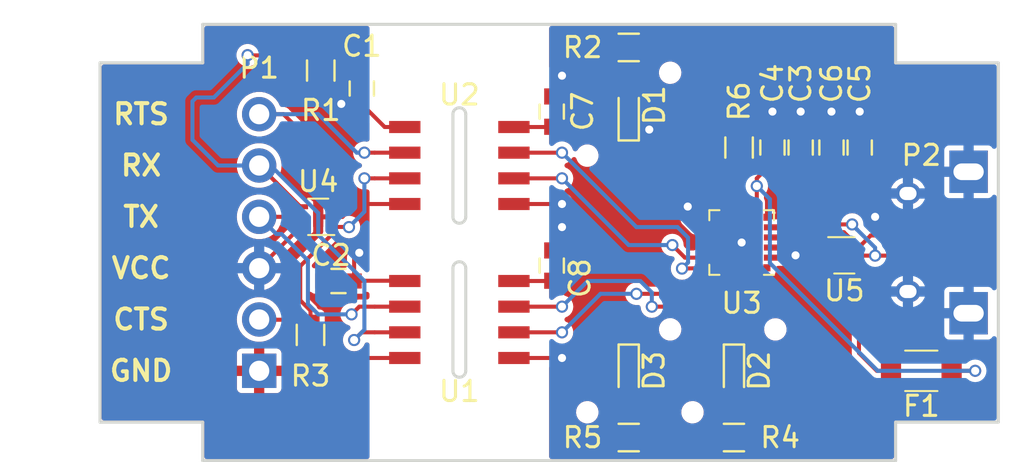
<source format=kicad_pcb>
(kicad_pcb (version 20221018) (generator pcbnew)
  (layers (0 "F.Cu" signal) (31 "B.Cu" signal) (34 "B.Paste" user) (35 "F.Paste" user) (36 "B.SilkS" user "B.Silkscreen") (37 "F.SilkS" user "F.Silkscreen") (38 "B.Mask" user) (39 "F.Mask" user) (44 "Edge.Cuts" user))
  (net 0 "")
  (net 1 "GNDA")
  (net 2 "VCC")
  (net 3 "GND")
  (net 4 "/VBUS")
  (net 5 "+3V3")
  (net 6 "Net-(D1-Pad2)")
  (net 7 "Net-(D2-Pad2)")
  (net 8 "/TXLED")
  (net 9 "Net-(D3-Pad2)")
  (net 10 "/RXLED")
  (net 11 "/CTS")
  (net 12 "/TX")
  (net 13 "/RX")
  (net 14 "/RTS")
  (net 15 "Net-(P2-Pad4)")
  (net 16 "Net-(R6-Pad2)")
  (net 17 "Net-(U1-Pad6)")
  (net 18 "Net-(U1-Pad7)")
  (net 19 "Net-(U2-Pad6)")
  (net 20 "Net-(U2-Pad7)")
  (net 21 "Net-(U3-Pad1)")
  (net 22 "Net-(U3-Pad2)")
  (net 23 "Net-(U3-Pad10)")
  (net 24 "Net-(U3-Pad11)")
  (net 25 "Net-(U3-Pad14)")
  (net 26 "Net-(F1-Pad1)")
  (net 27 "Net-(P2-Pad2)")
  (net 28 "Net-(P2-Pad3)")
  (net 29 "Net-(U5-Pad1)")
  (net 30 "Net-(U5-Pad3)")
  (footprint "Capacitors_SMD:C_0603" (layer "F.Cu") (at 41.529 43.18 90)
    (fp_text reference "C1" (at 2.0955 0 180) (layer "F.SilkS"))
    (fp_text value "0.1uF")
    (fp_line (start -0.35 -0.6) (end 0.35 -0.6) (stroke (width 0.12)) (layer "F.SilkS"))
    (fp_line (start 0.35 0.6) (end -0.35 0.6) (stroke (width 0.12)) (layer "F.SilkS"))
    (pad "1" smd rect (at -0.75 0 90) (size 0.8 0.75) (layers "F.Cu" "F.Paste" "F.Mask") (net 2 "VCC"))
    (pad "2" smd rect (at 0.75 0 90) (size 0.8 0.75) (layers "F.Cu" "F.Paste" "F.Mask") (net 1 "GNDA"))
  )
  (footprint "Capacitors_SMD:C_0603" (layer "F.Cu") (at 40.374 52.705 180)
    (fp_text reference "C2" (at 0.369 1.27 180) (layer "F.SilkS"))
    (fp_text value "0.1uF")
    (fp_line (start -0.35 -0.6) (end 0.35 -0.6) (stroke (width 0.12)) (layer "F.SilkS"))
    (fp_line (start 0.35 0.6) (end -0.35 0.6) (stroke (width 0.12)) (layer "F.SilkS"))
    (pad "1" smd rect (at -0.75 0 180) (size 0.8 0.75) (layers "F.Cu" "F.Paste" "F.Mask") (net 2 "VCC"))
    (pad "2" smd rect (at 0.75 0 180) (size 0.8 0.75) (layers "F.Cu" "F.Paste" "F.Mask") (net 1 "GNDA"))
  )
  (footprint "Capacitors_SMD:C_0603" (layer "F.Cu") (at 63.246 46.101 90)
    (fp_text reference "C3" (at 3.175 0 90) (layer "F.SilkS"))
    (fp_text value "4.7uF")
    (fp_line (start -0.35 -0.6) (end 0.35 -0.6) (stroke (width 0.12)) (layer "F.SilkS"))
    (fp_line (start 0.35 0.6) (end -0.35 0.6) (stroke (width 0.12)) (layer "F.SilkS"))
    (pad "1" smd rect (at -0.75 0 90) (size 0.8 0.75) (layers "F.Cu" "F.Paste" "F.Mask") (net 4 "/VBUS"))
    (pad "2" smd rect (at 0.75 0 90) (size 0.8 0.75) (layers "F.Cu" "F.Paste" "F.Mask") (net 3 "GND"))
  )
  (footprint "Capacitors_SMD:C_0603" (layer "F.Cu") (at 61.849 46.101 90)
    (fp_text reference "C4" (at 3.175 0 90) (layer "F.SilkS"))
    (fp_text value "0.1uF")
    (fp_line (start -0.35 -0.6) (end 0.35 -0.6) (stroke (width 0.12)) (layer "F.SilkS"))
    (fp_line (start 0.35 0.6) (end -0.35 0.6) (stroke (width 0.12)) (layer "F.SilkS"))
    (pad "1" smd rect (at -0.75 0 90) (size 0.8 0.75) (layers "F.Cu" "F.Paste" "F.Mask") (net 4 "/VBUS"))
    (pad "2" smd rect (at 0.75 0 90) (size 0.8 0.75) (layers "F.Cu" "F.Paste" "F.Mask") (net 3 "GND"))
  )
  (footprint "Capacitors_SMD:C_0603" (layer "F.Cu") (at 66.167 46.101 90)
    (fp_text reference "C5" (at 3.175 0 90) (layer "F.SilkS"))
    (fp_text value "4.7uF")
    (fp_line (start -0.35 -0.6) (end 0.35 -0.6) (stroke (width 0.12)) (layer "F.SilkS"))
    (fp_line (start 0.35 0.6) (end -0.35 0.6) (stroke (width 0.12)) (layer "F.SilkS"))
    (pad "1" smd rect (at -0.75 0 90) (size 0.8 0.75) (layers "F.Cu" "F.Paste" "F.Mask") (net 5 "+3V3"))
    (pad "2" smd rect (at 0.75 0 90) (size 0.8 0.75) (layers "F.Cu" "F.Paste" "F.Mask") (net 3 "GND"))
  )
  (footprint "Capacitors_SMD:C_0603" (layer "F.Cu") (at 64.77 46.101 90)
    (fp_text reference "C6" (at 3.175 0 90) (layer "F.SilkS"))
    (fp_text value "0.1uF")
    (fp_line (start -0.35 -0.6) (end 0.35 -0.6) (stroke (width 0.12)) (layer "F.SilkS"))
    (fp_line (start 0.35 0.6) (end -0.35 0.6) (stroke (width 0.12)) (layer "F.SilkS"))
    (pad "1" smd rect (at -0.75 0 90) (size 0.8 0.75) (layers "F.Cu" "F.Paste" "F.Mask") (net 5 "+3V3"))
    (pad "2" smd rect (at 0.75 0 90) (size 0.8 0.75) (layers "F.Cu" "F.Paste" "F.Mask") (net 3 "GND"))
  )
  (footprint "Capacitors_SMD:C_0603" (layer "F.Cu") (at 50.927 44.323 90)
    (fp_text reference "C7" (at 0.012 1.524 90) (layer "F.SilkS"))
    (fp_text value "0.1uF")
    (fp_line (start -0.35 -0.6) (end 0.35 -0.6) (stroke (width 0.12)) (layer "F.SilkS"))
    (fp_line (start 0.35 0.6) (end -0.35 0.6) (stroke (width 0.12)) (layer "F.SilkS"))
    (pad "1" smd rect (at -0.75 0 90) (size 0.8 0.75) (layers "F.Cu" "F.Paste" "F.Mask") (net 5 "+3V3"))
    (pad "2" smd rect (at 0.75 0 90) (size 0.8 0.75) (layers "F.Cu" "F.Paste" "F.Mask") (net 3 "GND"))
  )
  (footprint "Capacitors_SMD:C_0603" (layer "F.Cu") (at 50.927 51.943 90)
    (fp_text reference "C8" (at -0.623 1.397 90) (layer "F.SilkS"))
    (fp_text value "0.1uF")
    (fp_line (start -0.35 -0.6) (end 0.35 -0.6) (stroke (width 0.12)) (layer "F.SilkS"))
    (fp_line (start 0.35 0.6) (end -0.35 0.6) (stroke (width 0.12)) (layer "F.SilkS"))
    (pad "1" smd rect (at -0.75 0 90) (size 0.8 0.75) (layers "F.Cu" "F.Paste" "F.Mask") (net 5 "+3V3"))
    (pad "2" smd rect (at 0.75 0 90) (size 0.8 0.75) (layers "F.Cu" "F.Paste" "F.Mask") (net 3 "GND"))
  )
  (footprint "connector:Pin_Header_Angled_1x06_Pitch2.54mm" (layer "F.Cu") (at 36.449 57.15 180)
    (fp_text reference "P1" (at 0 14.986) (layer "F.SilkS"))
    (fp_text value "CONN_01X06")
    (pad "1" thru_hole rect (at 0 0 180) (size 1.7 1.7) (drill 1) (layers "*.Cu" "*.Mask") (net 1 "GNDA"))
    (pad "2" thru_hole oval (at 0 2.54 180) (size 1.7 1.7) (drill 1) (layers "*.Cu" "*.Mask") (net 11 "/CTS"))
    (pad "3" thru_hole oval (at 0 5.08 180) (size 1.7 1.7) (drill 1) (layers "*.Cu" "*.Mask") (net 2 "VCC"))
    (pad "4" thru_hole oval (at 0 7.62 180) (size 1.7 1.7) (drill 1) (layers "*.Cu" "*.Mask") (net 12 "/TX"))
    (pad "5" thru_hole oval (at 0 10.16 180) (size 1.7 1.7) (drill 1) (layers "*.Cu" "*.Mask") (net 13 "/RX"))
    (pad "6" thru_hole oval (at 0 12.7 180) (size 1.7 1.7) (drill 1) (layers "*.Cu" "*.Mask") (net 14 "/RTS"))
  )
  (footprint "hirose:ZX62D-B-5PA8" (layer "F.Cu") (at 71.555 50.8 90)
    (fp_text reference "P2" (at 4.318 -2.34 180) (layer "F.SilkS"))
    (fp_text value "USB_OTG")
    (pad "1" smd rect (at -1.3 -2.975 90) (size 0.4 1.95) (layers "F.Cu" "F.Paste" "F.Mask") (net 26 "Net-(F1-Pad1)"))
    (pad "2" smd rect (at -0.65 -2.975 90) (size 0.4 1.95) (layers "F.Cu" "F.Paste" "F.Mask") (net 27 "Net-(P2-Pad2)"))
    (pad "3" smd rect (at 0 -2.975 90) (size 0.4 1.95) (layers "F.Cu" "F.Paste" "F.Mask") (net 28 "Net-(P2-Pad3)"))
    (pad "4" smd rect (at 0.65 -2.975 90) (size 0.4 1.95) (layers "F.Cu" "F.Paste" "F.Mask") (net 15 "Net-(P2-Pad4)"))
    (pad "5" smd rect (at 1.3 -2.975 90) (size 0.4 1.95) (layers "F.Cu" "F.Paste" "F.Mask") (net 3 "GND"))
    (pad "6" thru_hole rect (at -3.5 0 90) (size 2.1 1.9) (drill oval 0.825 1.5) (layers "*.Cu" "*.Mask") (net 3 "GND"))
    (pad "6" thru_hole oval (at -2.425 -3 90) (size 1.05 1.25) (drill oval 0.65 0.85) (layers "*.Cu" "*.Mask") (net 3 "GND"))
    (pad "6" smd rect (at -1.15 0 90) (size 1.8 1.9) (layers "F.Cu" "F.Paste" "F.Mask") (net 3 "GND"))
    (pad "6" smd rect (at 1.15 0 90) (size 1.8 1.9) (layers "F.Cu" "F.Paste" "F.Mask") (net 3 "GND"))
    (pad "6" thru_hole oval (at 2.425 -3 90) (size 1.05 1.25) (drill oval 0.65 0.85) (layers "*.Cu" "*.Mask") (net 3 "GND"))
    (pad "6" thru_hole rect (at 3.5 0 90) (size 2.1 1.9) (drill oval 0.825 1.5) (layers "*.Cu" "*.Mask") (net 3 "GND"))
  )
  (footprint "Resistors_SMD:R_0603" (layer "F.Cu") (at 39.497 42.291 -90)
    (fp_text reference "R1" (at 1.9685 0) (layer "F.SilkS"))
    (fp_text value "4.7K")
    (fp_line (start -0.5 -0.68) (end 0.5 -0.68) (stroke (width 0.12)) (layer "F.SilkS"))
    (fp_line (start 0.5 0.68) (end -0.5 0.68) (stroke (width 0.12)) (layer "F.SilkS"))
    (pad "1" smd rect (at -0.75 0 270) (size 0.5 0.9) (layers "F.Cu" "F.Paste" "F.Mask") (net 13 "/RX"))
    (pad "2" smd rect (at 0.75 0 270) (size 0.5 0.9) (layers "F.Cu" "F.Paste" "F.Mask") (net 2 "VCC"))
  )
  (footprint "Resistors_SMD:R_0603" (layer "F.Cu") (at 54.737 41.148 180)
    (fp_text reference "R2" (at 2.286 0 180) (layer "F.SilkS"))
    (fp_text value "1K")
    (fp_line (start -0.5 -0.68) (end 0.5 -0.68) (stroke (width 0.12)) (layer "F.SilkS"))
    (fp_line (start 0.5 0.68) (end -0.5 0.68) (stroke (width 0.12)) (layer "F.SilkS"))
    (pad "1" smd rect (at -0.75 0 180) (size 0.5 0.9) (layers "F.Cu" "F.Paste" "F.Mask") (net 6 "Net-(D1-Pad2)"))
    (pad "2" smd rect (at 0.75 0 180) (size 0.5 0.9) (layers "F.Cu" "F.Paste" "F.Mask") (net 5 "+3V3"))
  )
  (footprint "Resistors_SMD:R_0603" (layer "F.Cu") (at 38.989 55.372 90)
    (fp_text reference "R3" (at -2.032 0 180) (layer "F.SilkS"))
    (fp_text value "4.7K")
    (fp_line (start -0.5 -0.68) (end 0.5 -0.68) (stroke (width 0.12)) (layer "F.SilkS"))
    (fp_line (start 0.5 0.68) (end -0.5 0.68) (stroke (width 0.12)) (layer "F.SilkS"))
    (pad "1" smd rect (at -0.75 0 90) (size 0.5 0.9) (layers "F.Cu" "F.Paste" "F.Mask") (net 1 "GNDA"))
    (pad "2" smd rect (at 0.75 0 90) (size 0.5 0.9) (layers "F.Cu" "F.Paste" "F.Mask") (net 11 "/CTS"))
  )
  (footprint "Resistors_SMD:R_0603" (layer "F.Cu") (at 59.944 60.452 180)
    (fp_text reference "R4" (at -2.286 0 180) (layer "F.SilkS"))
    (fp_text value "1K")
    (fp_line (start -0.5 -0.68) (end 0.5 -0.68) (stroke (width 0.12)) (layer "F.SilkS"))
    (fp_line (start 0.5 0.68) (end -0.5 0.68) (stroke (width 0.12)) (layer "F.SilkS"))
    (pad "1" smd rect (at -0.75 0 180) (size 0.5 0.9) (layers "F.Cu" "F.Paste" "F.Mask") (net 7 "Net-(D2-Pad2)"))
    (pad "2" smd rect (at 0.75 0 180) (size 0.5 0.9) (layers "F.Cu" "F.Paste" "F.Mask") (net 5 "+3V3"))
  )
  (footprint "Resistors_SMD:R_0603" (layer "F.Cu") (at 54.737 60.452 180)
    (fp_text reference "R5" (at 2.286 0 180) (layer "F.SilkS"))
    (fp_text value "1K")
    (fp_line (start -0.5 -0.68) (end 0.5 -0.68) (stroke (width 0.12)) (layer "F.SilkS"))
    (fp_line (start 0.5 0.68) (end -0.5 0.68) (stroke (width 0.12)) (layer "F.SilkS"))
    (pad "1" smd rect (at -0.75 0 180) (size 0.5 0.9) (layers "F.Cu" "F.Paste" "F.Mask") (net 9 "Net-(D3-Pad2)"))
    (pad "2" smd rect (at 0.75 0 180) (size 0.5 0.9) (layers "F.Cu" "F.Paste" "F.Mask") (net 5 "+3V3"))
  )
  (footprint "Resistors_SMD:R_0603" (layer "F.Cu") (at 60.198 46.101 -90)
    (fp_text reference "R6" (at -2.286 0 270) (layer "F.SilkS"))
    (fp_text value "1K")
    (fp_line (start -0.5 -0.68) (end 0.5 -0.68) (stroke (width 0.12)) (layer "F.SilkS"))
    (fp_line (start 0.5 0.68) (end -0.5 0.68) (stroke (width 0.12)) (layer "F.SilkS"))
    (pad "1" smd rect (at -0.75 0 270) (size 0.5 0.9) (layers "F.Cu" "F.Paste" "F.Mask") (net 5 "+3V3"))
    (pad "2" smd rect (at 0.75 0 270) (size 0.5 0.9) (layers "F.Cu" "F.Paste" "F.Mask") (net 16 "Net-(R6-Pad2)"))
  )
  (footprint "Housings_SOIC:SOIC-8_3.9x4.9mm_Pitch1.27mm" (layer "F.Cu") (at 46.355 54.61)
    (fp_text reference "U1" (at 0 3.556) (layer "F.SilkS"))
    (fp_text value "MAX12931_SOIC8")
    (pad "1" smd rect (at -2.7 -1.905) (size 1.55 0.6) (layers "F.Cu" "F.Paste" "F.Mask") (net 2 "VCC"))
    (pad "2" smd rect (at -2.7 -0.635) (size 1.55 0.6) (layers "F.Cu" "F.Paste" "F.Mask") (net 12 "/TX"))
    (pad "3" smd rect (at -2.7 0.635) (size 1.55 0.6) (layers "F.Cu" "F.Paste" "F.Mask") (net 13 "/RX"))
    (pad "4" smd rect (at -2.7 1.905) (size 1.55 0.6) (layers "F.Cu" "F.Paste" "F.Mask") (net 1 "GNDA"))
    (pad "5" smd rect (at 2.7 1.905) (size 1.55 0.6) (layers "F.Cu" "F.Paste" "F.Mask") (net 3 "GND"))
    (pad "6" smd rect (at 2.7 0.635) (size 1.55 0.6) (layers "F.Cu" "F.Paste" "F.Mask") (net 17 "Net-(U1-Pad6)"))
    (pad "7" smd rect (at 2.7 -0.635) (size 1.55 0.6) (layers "F.Cu" "F.Paste" "F.Mask") (net 18 "Net-(U1-Pad7)"))
    (pad "8" smd rect (at 2.7 -1.905) (size 1.55 0.6) (layers "F.Cu" "F.Paste" "F.Mask") (net 5 "+3V3"))
  )
  (footprint "Housings_SOIC:SOIC-8_3.9x4.9mm_Pitch1.27mm" (layer "F.Cu") (at 46.355 46.99)
    (fp_text reference "U2" (at 0 -3.5) (layer "F.SilkS"))
    (fp_text value "MAX12931_SOIC8")
    (pad "1" smd rect (at -2.7 -1.905) (size 1.55 0.6) (layers "F.Cu" "F.Paste" "F.Mask") (net 2 "VCC"))
    (pad "2" smd rect (at -2.7 -0.635) (size 1.55 0.6) (layers "F.Cu" "F.Paste" "F.Mask") (net 14 "/RTS"))
    (pad "3" smd rect (at -2.7 0.635) (size 1.55 0.6) (layers "F.Cu" "F.Paste" "F.Mask") (net 11 "/CTS"))
    (pad "4" smd rect (at -2.7 1.905) (size 1.55 0.6) (layers "F.Cu" "F.Paste" "F.Mask") (net 1 "GNDA"))
    (pad "5" smd rect (at 2.7 1.905) (size 1.55 0.6) (layers "F.Cu" "F.Paste" "F.Mask") (net 3 "GND"))
    (pad "6" smd rect (at 2.7 0.635) (size 1.55 0.6) (layers "F.Cu" "F.Paste" "F.Mask") (net 19 "Net-(U2-Pad6)"))
    (pad "7" smd rect (at 2.7 -0.635) (size 1.55 0.6) (layers "F.Cu" "F.Paste" "F.Mask") (net 20 "Net-(U2-Pad7)"))
    (pad "8" smd rect (at 2.7 -1.905) (size 1.55 0.6) (layers "F.Cu" "F.Paste" "F.Mask") (net 5 "+3V3"))
  )
  (footprint "qfn:QFN-20-1EP_3x3mm_Pitch0.5mm" (layer "F.Cu") (at 60.325 50.8 180)
    (fp_text reference "U3" (at 0 -3 180) (layer "F.SilkS"))
    (fp_text value "CP2102N_QFN20")
    (fp_line (start -1.6 1.6) (end -1.6 1.1) (stroke (width 0.1)) (layer "F.SilkS"))
    (fp_line (start -1.1 -1.6) (end -1.6 -1.6) (stroke (width 0.1)) (layer "F.SilkS"))
    (fp_line (start -1.1 1.6) (end -1.6 1.6) (stroke (width 0.1)) (layer "F.SilkS"))
    (fp_line (start 1.1 -1.6) (end 1.6 -1.6) (stroke (width 0.1)) (layer "F.SilkS"))
    (fp_line (start 1.6 -1.6) (end 1.6 -1.1) (stroke (width 0.1)) (layer "F.SilkS"))
    (fp_line (start 1.6 1.1) (end 1.6 1.6) (stroke (width 0.1)) (layer "F.SilkS"))
    (fp_line (start 1.6 1.6) (end 1.1 1.6) (stroke (width 0.1)) (layer "F.SilkS"))
    (pad "1" smd rect (at -1.25 -1.25 180) (size 0.35 0.35) (layers "F.Cu" "F.Paste" "F.Mask") (net 21 "Net-(U3-Pad1)"))
    (pad "2" smd rect (at -1.55 -0.75 180) (size 0.9 0.3) (layers "F.Cu" "F.Paste" "F.Mask") (net 22 "Net-(U3-Pad2)"))
    (pad "3" smd rect (at -1.55 -0.25 180) (size 0.9 0.3) (layers "F.Cu" "F.Paste" "F.Mask") (net 3 "GND"))
    (pad "4" smd rect (at -1.55 0.25 180) (size 0.9 0.3) (layers "F.Cu" "F.Paste" "F.Mask") (net 28 "Net-(P2-Pad3)"))
    (pad "5" smd rect (at -1.55 0.75 180) (size 0.9 0.3) (layers "F.Cu" "F.Paste" "F.Mask") (net 27 "Net-(P2-Pad2)"))
    (pad "6" smd rect (at -1.25 1.25 180) (size 0.35 0.35) (layers "F.Cu" "F.Paste" "F.Mask") (net 5 "+3V3"))
    (pad "7" smd rect (at -0.75 1.55 270) (size 0.9 0.3) (layers "F.Cu" "F.Paste" "F.Mask") (net 4 "/VBUS"))
    (pad "8" smd rect (at -0.25 1.55 270) (size 0.9 0.3) (layers "F.Cu" "F.Paste" "F.Mask") (net 4 "/VBUS"))
    (pad "9" smd rect (at 0.25 1.55 270) (size 0.9 0.3) (layers "F.Cu" "F.Paste" "F.Mask") (net 16 "Net-(R6-Pad2)"))
    (pad "10" smd rect (at 0.75 1.55 270) (size 0.9 0.3) (layers "F.Cu" "F.Paste" "F.Mask") (net 23 "Net-(U3-Pad10)"))
    (pad "11" smd rect (at 1.25 1.25 180) (size 0.35 0.35) (layers "F.Cu" "F.Paste" "F.Mask") (net 24 "Net-(U3-Pad11)"))
    (pad "12" smd rect (at 1.55 0.75 180) (size 0.9 0.3) (layers "F.Cu" "F.Paste" "F.Mask") (net 3 "GND"))
    (pad "13" smd rect (at 1.55 0.25 180) (size 0.9 0.3) (layers "F.Cu" "F.Paste" "F.Mask") (net 5 "+3V3"))
    (pad "14" smd rect (at 1.55 -0.25 180) (size 0.9 0.3) (layers "F.Cu" "F.Paste" "F.Mask") (net 25 "Net-(U3-Pad14)"))
    (pad "15" smd rect (at 1.55 -0.75 180) (size 0.9 0.3) (layers "F.Cu" "F.Paste" "F.Mask") (net 19 "Net-(U2-Pad6)"))
    (pad "16" smd rect (at 1.25 -1.25 180) (size 0.35 0.35) (layers "F.Cu" "F.Paste" "F.Mask") (net 20 "Net-(U2-Pad7)"))
    (pad "17" smd rect (at 0.75 -1.55 270) (size 0.9 0.3) (layers "F.Cu" "F.Paste" "F.Mask") (net 17 "Net-(U1-Pad6)"))
    (pad "18" smd rect (at 0.25 -1.55 270) (size 0.9 0.3) (layers "F.Cu" "F.Paste" "F.Mask") (net 18 "Net-(U1-Pad7)"))
    (pad "19" smd rect (at -0.25 -1.55 270) (size 0.9 0.3) (layers "F.Cu" "F.Paste" "F.Mask") (net 10 "/RXLED"))
    (pad "20" smd rect (at -0.75 -1.55 270) (size 0.9 0.3) (layers "F.Cu" "F.Paste" "F.Mask") (net 8 "/TXLED"))
    (pad "21" smd rect (at 0 0 180) (size 1.8 1.8) (layers "F.Cu" "F.Paste" "F.Mask") (net 3 "GND"))
  )
  (footprint "light_pipe:VLP" (layer "F.Cu") (at 54.737 57.15)
    (fp_text reference "REF**" hide)
    (fp_text value "VLP")
    (pad "" np_thru_hole circle (at -2.05 2.05) (size 0.61 0.61) (drill 0.61) (layers "*.Cu" "*.Mask"))
    (pad "" np_thru_hole circle (at 2.05 -2.05) (size 0.61 0.61) (drill 0.61) (layers "*.Cu" "*.Mask"))
  )
  (footprint "light_pipe:VLP" (layer "F.Cu") (at 59.944 57.15)
    (fp_text reference "REF**" hide)
    (fp_text value "VLP")
    (pad "" np_thru_hole circle (at -2.05 2.05) (size 0.61 0.61) (drill 0.61) (layers "*.Cu" "*.Mask"))
    (pad "" np_thru_hole circle (at 2.05 -2.05) (size 0.61 0.61) (drill 0.61) (layers "*.Cu" "*.Mask"))
  )
  (footprint "light_pipe:VLP" (layer "F.Cu") (at 54.737 44.45)
    (fp_text reference "REF**" hide)
    (fp_text value "VLP")
    (pad "" np_thru_hole circle (at -2.05 2.05) (size 0.61 0.61) (drill 0.61) (layers "*.Cu" "*.Mask"))
    (pad "" np_thru_hole circle (at 2.05 -2.05) (size 0.61 0.61) (drill 0.61) (layers "*.Cu" "*.Mask"))
  )
  (footprint "LEDs:LED_0603" (layer "F.Cu") (at 54.737 44.45 90)
    (fp_text reference "D1" (at 0.4445 1.27 90) (layer "F.SilkS"))
    (fp_text value "LED")
    (fp_line (start -1.3 -0.5) (end -1.3 0.5) (stroke (width 0.12)) (layer "F.SilkS"))
    (fp_line (start -1.3 -0.5) (end 0.8 -0.5) (stroke (width 0.12)) (layer "F.SilkS"))
    (fp_line (start -1.3 0.5) (end 0.8 0.5) (stroke (width 0.12)) (layer "F.SilkS"))
    (pad "1" smd rect (at -0.8 0 270) (size 0.8 0.8) (layers "F.Cu" "F.Paste" "F.Mask") (net 3 "GND"))
    (pad "2" smd rect (at 0.8 0 270) (size 0.8 0.8) (layers "F.Cu" "F.Paste" "F.Mask") (net 6 "Net-(D1-Pad2)"))
  )
  (footprint "LEDs:LED_0603" (layer "F.Cu") (at 59.944 57.15 -90)
    (fp_text reference "D2" (at 0 -1.25 270) (layer "F.SilkS"))
    (fp_text value "LED")
    (fp_line (start -1.3 -0.5) (end -1.3 0.5) (stroke (width 0.12)) (layer "F.SilkS"))
    (fp_line (start -1.3 -0.5) (end 0.8 -0.5) (stroke (width 0.12)) (layer "F.SilkS"))
    (fp_line (start -1.3 0.5) (end 0.8 0.5) (stroke (width 0.12)) (layer "F.SilkS"))
    (pad "1" smd rect (at -0.8 0 90) (size 0.8 0.8) (layers "F.Cu" "F.Paste" "F.Mask") (net 8 "/TXLED"))
    (pad "2" smd rect (at 0.8 0 90) (size 0.8 0.8) (layers "F.Cu" "F.Paste" "F.Mask") (net 7 "Net-(D2-Pad2)"))
  )
  (footprint "LEDs:LED_0603" (layer "F.Cu") (at 54.737 57.15 -90)
    (fp_text reference "D3" (at 0 -1.25 270) (layer "F.SilkS"))
    (fp_text value "LED")
    (fp_line (start -1.3 -0.5) (end -1.3 0.5) (stroke (width 0.12)) (layer "F.SilkS"))
    (fp_line (start -1.3 -0.5) (end 0.8 -0.5) (stroke (width 0.12)) (layer "F.SilkS"))
    (fp_line (start -1.3 0.5) (end 0.8 0.5) (stroke (width 0.12)) (layer "F.SilkS"))
    (pad "1" smd rect (at -0.8 0 90) (size 0.8 0.8) (layers "F.Cu" "F.Paste" "F.Mask") (net 10 "/RXLED"))
    (pad "2" smd rect (at 0.8 0 90) (size 0.8 0.8) (layers "F.Cu" "F.Paste" "F.Mask") (net 9 "Net-(D3-Pad2)"))
  )
  (footprint "fuse:fuse_1206" (layer "F.Cu") (at 69.215 57.15)
    (fp_text reference "F1" (at 0 1.75) (layer "F.SilkS"))
    (fp_text value "Polyfuse")
    (fp_line (start -0.8 -1) (end 0.8 -1) (stroke (width 0.1)) (layer "F.SilkS"))
    (fp_line (start -0.8 1) (end 0.8 1) (stroke (width 0.1)) (layer "F.SilkS"))
    (pad "1" smd rect (at -1.5 0) (size 1 1.9) (layers "F.Cu" "F.Paste" "F.Mask") (net 26 "Net-(F1-Pad1)"))
    (pad "2" smd rect (at 1.5 0) (size 1 1.9) (layers "F.Cu" "F.Paste" "F.Mask") (net 4 "/VBUS"))
  )
  (footprint "vishay:LLP75-6L" (layer "F.Cu") (at 39.37 49.53 180)
    (fp_text reference "U4" (at 0 1.75 180) (layer "F.SilkS"))
    (fp_text value "GMF05LC-HSF")
    (fp_line (start -0.8 -0.9) (end 0.5 -0.9) (stroke (width 0.1)) (layer "F.SilkS"))
    (fp_line (start -0.5 0.9) (end 0.5 0.9) (stroke (width 0.1)) (layer "F.SilkS"))
    (pad "1" smd rect (at -0.725 -0.5 180) (size 0.45 0.25) (layers "F.Cu" "F.Paste" "F.Mask") (net 11 "/CTS"))
    (pad "2" smd rect (at -0.6 0 180) (size 0.7 0.25) (layers "F.Cu" "F.Paste" "F.Mask") (net 1 "GNDA"))
    (pad "2" smd rect (at 0 0 180) (size 0.5 1) (layers "F.Cu" "F.Paste" "F.Mask") (net 1 "GNDA"))
    (pad "3" smd rect (at -0.725 0.5 180) (size 0.45 0.25) (layers "F.Cu" "F.Paste" "F.Mask") (net 14 "/RTS"))
    (pad "4" smd rect (at 0.725 0.5 180) (size 0.45 0.25) (layers "F.Cu" "F.Paste" "F.Mask") (net 13 "/RX"))
    (pad "5" smd rect (at 0.725 0 180) (size 0.45 0.25) (layers "F.Cu" "F.Paste" "F.Mask") (net 12 "/TX"))
    (pad "6" smd rect (at 0.725 -0.5 180) (size 0.45 0.25) (layers "F.Cu" "F.Paste" "F.Mask") (net 2 "VCC"))
  )
  (footprint "vishay:LLP75-6L" (layer "F.Cu") (at 65.405 51.435)
    (fp_text reference "U5" (at 0 1.75) (layer "F.SilkS"))
    (fp_text value "GMF05LC-HSF")
    (fp_line (start -0.8 -0.9) (end 0.5 -0.9) (stroke (width 0.1)) (layer "F.SilkS"))
    (fp_line (start -0.5 0.9) (end 0.5 0.9) (stroke (width 0.1)) (layer "F.SilkS"))
    (pad "1" smd rect (at -0.725 -0.5) (size 0.45 0.25) (layers "F.Cu" "F.Paste" "F.Mask") (net 29 "Net-(U5-Pad1)"))
    (pad "2" smd rect (at -0.6 0) (size 0.7 0.25) (layers "F.Cu" "F.Paste" "F.Mask") (net 3 "GND"))
    (pad "2" smd rect (at 0 0) (size 0.5 1) (layers "F.Cu" "F.Paste" "F.Mask") (net 3 "GND"))
    (pad "3" smd rect (at -0.725 0.5) (size 0.45 0.25) (layers "F.Cu" "F.Paste" "F.Mask") (net 30 "Net-(U5-Pad3)"))
    (pad "4" smd rect (at 0.725 0.5) (size 0.45 0.25) (layers "F.Cu" "F.Paste" "F.Mask") (net 26 "Net-(F1-Pad1)"))
    (pad "5" smd rect (at 0.725 0) (size 0.45 0.25) (layers "F.Cu" "F.Paste" "F.Mask") (net 27 "Net-(P2-Pad2)"))
    (pad "6" smd rect (at 0.725 -0.5) (size 0.45 0.25) (layers "F.Cu" "F.Paste" "F.Mask") (net 28 "Net-(P2-Pad3)"))
  )
  (gr_arc (start 46.0375 44.45) (mid 46.355 44.1325) (end 46.6725 44.45) (stroke (width 0.15)) (layer "Edge.Cuts"))
  (gr_arc (start 46.0375 52.07) (mid 46.355 51.7525) (end 46.6725 52.07) (stroke (width 0.15)) (layer "Edge.Cuts"))
  (gr_line (start 67.945 40.005) (end 33.655 40.005) (stroke (width 0.15)) (layer "Edge.Cuts"))
  (gr_line (start 67.945 61.595) (end 67.945 59.69) (stroke (width 0.15)) (layer "Edge.Cuts"))
  (gr_line (start 28.575 41.91) (end 28.575 59.69) (stroke (width 0.15)) (layer "Edge.Cuts"))
  (gr_line (start 46.0375 49.53) (end 46.0375 44.45) (stroke (width 0.15)) (layer "Edge.Cuts"))
  (gr_line (start 33.655 40.005) (end 33.655 41.91) (stroke (width 0.15)) (layer "Edge.Cuts"))
  (gr_line (start 46.6725 52.07) (end 46.6725 57.15) (stroke (width 0.15)) (layer "Edge.Cuts"))
  (gr_line (start 28.575 59.69) (end 33.655 59.69) (stroke (width 0.15)) (layer "Edge.Cuts"))
  (gr_line (start 73.025 41.91) (end 67.945 41.91) (stroke (width 0.15)) (layer "Edge.Cuts"))
  (gr_line (start 46.0375 57.15) (end 46.0375 52.07) (stroke (width 0.15)) (layer "Edge.Cuts"))
  (gr_line (start 67.945 59.69) (end 73.025 59.69) (stroke (width 0.15)) (layer "Edge.Cuts"))
  (gr_line (start 33.655 59.69) (end 33.655 61.595) (stroke (width 0.15)) (layer "Edge.Cuts"))
  (gr_arc (start 46.6725 49.53) (mid 46.355 49.8475) (end 46.0375 49.53) (stroke (width 0.15)) (layer "Edge.Cuts"))
  (gr_line (start 46.6725 44.45) (end 46.6725 49.53) (stroke (width 0.15)) (layer "Edge.Cuts"))
  (gr_arc (start 46.6725 57.15) (mid 46.355 57.4675) (end 46.0375 57.15) (stroke (width 0.15)) (layer "Edge.Cuts"))
  (gr_line (start 73.025 59.69) (end 73.025 41.91) (stroke (width 0.15)) (layer "Edge.Cuts"))
  (gr_line (start 33.655 61.595) (end 67.945 61.595) (stroke (width 0.15)) (layer "Edge.Cuts"))
  (gr_line (start 67.945 41.91) (end 67.945 40.005) (stroke (width 0.15)) (layer "Edge.Cuts"))
  (gr_line (start 33.655 41.91) (end 28.575 41.91) (stroke (width 0.15)) (layer "Edge.Cuts"))
  (gr_text "RX" (at 30.607 46.99) (layer "F.SilkS") (effects (font (size 1 1) (thickness 0.2))))
  (gr_text "TX" (at 30.607 49.53) (layer "F.SilkS") (effects (font (size 1 1) (thickness 0.2))))
  (gr_text "VCC" (at 30.607 52.07) (layer "F.SilkS") (effects (font (size 1 1) (thickness 0.2))))
  (gr_text "CTS" (at 30.607 54.61) (layer "F.SilkS") (effects (font (size 1 1) (thickness 0.2))))
  (gr_text "GND" (at 30.607 57.15) (layer "F.SilkS") (effects (font (size 1 1) (thickness 0.2))))
  (gr_text "RTS" (at 30.607 44.45) (layer "F.SilkS") (effects (font (size 1 1) (thickness 0.2))))
  (segment (start 43.655 48.895) (end 41.208198 48.895) (width 0.2) (layer "F.Cu") (net 1))
  (segment (start 39.37 49.53) (end 39.37 48.641) (width 0.2) (layer "F.Cu") (net 1))
  (segment (start 40.52 49.53) (end 39.97 49.53) (width 0.2) (layer "F.Cu") (net 1))
  (segment (start 43.655 56.515) (end 42.68 56.515) (width 0.2) (layer "F.Cu") (net 1))
  (segment (start 41.208198 48.895) (end 40.573198 49.53) (width 0.2) (layer "F.Cu") (net 1))
  (segment (start 40.573198 49.53) (end 40.52 49.53) (width 0.2) (layer "F.Cu") (net 1))
  (segment (start 39.37 49.53) (end 39.97 49.53) (width 0.2) (layer "F.Cu") (net 1))
  (segment (start 39.37 49.53) (end 39.37 50.419) (width 0.2) (layer "F.Cu") (net 1))
  (segment (start 42.68 56.515) (end 41.656 56.515) (width 0.2) (layer "F.Cu") (net 1))
  (segment (start 40.525 43.93) (end 40.513 43.942) (width 0.2) (layer "F.Cu") (net 2))
  (segment (start 43.643 52.693) (end 43.655 52.705) (width 0.2) (layer "F.Cu") (net 2))
  (segment (start 39.612 43.041) (end 40.513 43.942) (width 0.2) (layer "F.Cu") (net 2))
  (segment (start 41.529 43.93) (end 40.525 43.93) (width 0.2) (layer "F.Cu") (net 2))
  (segment (start 43.655 45.085) (end 42.659 45.085) (width 0.2) (layer "F.Cu") (net 2))
  (segment (start 41.275 52.693) (end 43.643 52.693) (width 0.2) (layer "F.Cu") (net 2))
  (segment (start 39.497 43.041) (end 39.612 43.041) (width 0.2) (layer "F.Cu") (net 2))
  (segment (start 42.659 45.085) (end 41.529 43.955) (width 0.2) (layer "F.Cu") (net 2))
  (segment (start 41.148 51.562) (end 41.402 51.308) (width 0.2) (layer "F.Cu") (net 2))
  (segment (start 41.148 52.729) (end 41.148 51.562) (width 0.2) (layer "F.Cu") (net 2))
  (segment (start 38.489 50.03) (end 38.645 50.03) (width 0.2) (layer "F.Cu") (net 2))
  (segment (start 36.449 52.07) (end 38.489 50.03) (width 0.2) (layer "F.Cu") (net 2))
  (segment (start 41.529 43.955) (end 41.529 43.93) (width 0.2) (layer "F.Cu") (net 2))
  (via (at 41.402 51.308) (size 0.6) (drill 0.4) (layers "F.Cu" "B.Cu") (net 2))
  (via (at 40.513 43.942) (size 0.6) (drill 0.4) (layers "F.Cu" "B.Cu") (net 2))
  (segment (start 49.055 56.515) (end 51.435 56.515) (width 0.2) (layer "F.Cu") (net 3))
  (segment (start 50.927 43.573) (end 50.927 43.053) (width 0.2) (layer "F.Cu") (net 3))
  (segment (start 65.405 51.435) (end 65.405 52.135) (width 0.2) (layer "F.Cu") (net 3))
  (segment (start 63.246 45.351) (end 63.246 44.323) (width 0.2) (layer "F.Cu") (net 3))
  (segment (start 61.875 51.05) (end 62.605869 51.05) (width 0.2) (layer "F.Cu") (net 3))
  (segment (start 66.959 49.5) (end 66.929 49.53) (width 0.2) (layer "F.Cu") (net 3))
  (segment (start 61.849 45.351) (end 61.849 44.323) (width 0.2) (layer "F.Cu") (net 3))
  (segment (start 54.737 45.25) (end 55.715 45.25) (width 0.2) (layer "F.Cu") (net 3))
  (segment (start 50.927 51.193) (end 50.927 50.546) (width 0.2) (layer "F.Cu") (net 3))
  (segment (start 62.990869 51.435) (end 62.992 51.435) (width 0.2) (layer "F.Cu") (net 3))
  (segment (start 50.927 50.546) (end 51.435 50.038) (width 0.2) (layer "F.Cu") (net 3))
  (segment (start 62.605869 51.05) (end 62.990869 51.435) (width 0.2) (layer "F.Cu") (net 3))
  (segment (start 57.658 49.657) (end 57.658 49.022) (width 0.2) (layer "F.Cu") (net 3))
  (segment (start 55.715 45.25) (end 55.753 45.212) (width 0.2) (layer "F.Cu") (net 3))
  (segment (start 65.405 52.135) (end 65.405 52.5145) (width 0.2) (layer "F.Cu") (net 3))
  (segment (start 68.58 49.5) (end 66.959 49.5) (width 0.2) (layer "F.Cu") (net 3))
  (segment (start 64.805 51.435) (end 62.992 51.435) (width 0.2) (layer "F.Cu") (net 3))
  (segment (start 66.167 45.351) (end 66.167 44.323) (width 0.2) (layer "F.Cu") (net 3))
  (segment (start 58.775 50.05) (end 58.051 50.05) (width 0.2) (layer "F.Cu") (net 3))
  (segment (start 64.805 51.435) (end 65.405 51.435) (width 0.2) (layer "F.Cu") (net 3))
  (segment (start 49.055 48.895) (end 51.435 48.895) (width 0.2) (layer "F.Cu") (net 3))
  (segment (start 64.77 45.351) (end 64.77 44.323) (width 0.2) (layer "F.Cu") (net 3))
  (segment (start 58.051 50.05) (end 57.658 49.657) (width 0.2) (layer "F.Cu") (net 3))
  (segment (start 50.927 43.053) (end 51.435 42.545) (width 0.2) (layer "F.Cu") (net 3))
  (via (at 60.325 50.8) (size 0.6) (drill 0.4) (layers "F.Cu" "B.Cu") (net 3))
  (via (at 63.246 44.323) (size 0.6) (drill 0.4) (layers "F.Cu" "B.Cu") (net 3))
  (via (at 61.849 44.323) (size 0.6) (drill 0.4) (layers "F.Cu" "B.Cu") (net 3))
  (via (at 62.992 51.435) (size 0.6) (drill 0.4) (layers "F.Cu" "B.Cu") (net 3))
  (via (at 51.435 50.038) (size 0.6) (drill 0.4) (layers "F.Cu" "B.Cu") (net 3))
  (via (at 51.435 56.515) (size 0.6) (drill 0.4) (layers "F.Cu" "B.Cu") (net 3))
  (via (at 66.167 44.323) (size 0.6) (drill 0.4) (layers "F.Cu" "B.Cu") (net 3))
  (via (at 51.435 42.545) (size 0.6) (drill 0.4) (layers "F.Cu" "B.Cu") (net 3))
  (via (at 66.929 49.53) (size 0.6) (drill 0.4) (layers "F.Cu" "B.Cu") (net 3))
  (via (at 64.77 44.323) (size 0.6) (drill 0.4) (layers "F.Cu" "B.Cu") (net 3))
  (via (at 55.753 45.212) (size 0.6) (drill 0.4) (layers "F.Cu" "B.Cu") (net 3))
  (via (at 57.658 49.022) (size 0.6) (drill 0.4) (layers "F.Cu" "B.Cu") (net 3))
  (via (at 51.435 48.895) (size 0.6) (drill 0.4) (layers "F.Cu" "B.Cu") (net 3))
  (segment (start 61.075 48.006) (end 61.075 47.625) (width 0.2) (layer "F.Cu") (net 4))
  (segment (start 60.575 49.25) (end 61.075 49.25) (width 0.2) (layer "F.Cu") (net 4))
  (segment (start 61.075 49.25) (end 61.075 48.006) (width 0.2) (layer "F.Cu") (net 4))
  (segment (start 63.234 46.863) (end 63.246 46.851) (width 0.2) (layer "F.Cu") (net 4))
  (segment (start 61.849 46.851) (end 63.246 46.851) (width 0.2) (layer "F.Cu") (net 4))
  (segment (start 71.882 57.15) (end 70.715 57.15) (width 0.2) (layer "F.Cu") (net 4))
  (segment (start 61.075 47.625) (end 61.849 46.851) (width 0.2) (layer "F.Cu") (net 4))
  (via (at 61.075 48.006) (size 0.6) (drill 0.4) (layers "F.Cu" "B.Cu") (net 4))
  (via (at 71.882 57.15) (size 0.6) (drill 0.4) (layers "F.Cu" "B.Cu") (net 4))
  (segment (start 61.722 51.816) (end 67.056 57.15) (width 0.2) (layer "B.Cu") (net 4))
  (segment (start 61.722 48.653) (end 61.075 48.006) (width 0.2) (layer "B.Cu") (net 4))
  (segment (start 61.722 51.816) (end 61.722 48.653) (width 0.2) (layer "B.Cu") (net 4))
  (segment (start 67.056 57.15) (end 71.882 57.15) (width 0.2) (layer "B.Cu") (net 4))
  (segment (start 64.77 46.851) (end 66.167 46.851) (width 0.2) (layer "F.Cu") (net 5))
  (segment (start 61.575 49.55) (end 63.226 49.55) (width 0.2) (layer "F.Cu") (net 5))
  (segment (start 64.77 46.851) (end 64.77 48.006) (width 0.2) (layer "F.Cu") (net 5))
  (segment (start 49.055 45.085) (end 50.915 45.085) (width 0.2) (layer "F.Cu") (net 5))
  (segment (start 50.915 45.085) (end 50.927 45.073) (width 0.2) (layer "F.Cu") (net 5))
  (segment (start 50.915 52.705) (end 50.927 52.693) (width 0.2) (layer "F.Cu") (net 5))
  (segment (start 63.226 49.55) (end 64.77 48.006) (width 0.2) (layer "F.Cu") (net 5))
  (segment (start 49.055 52.705) (end 50.915 52.705) (width 0.2) (layer "F.Cu") (net 5))
  (segment (start 57.789 50.55) (end 57.404 50.165) (width 0.2) (layer "F.Cu") (net 5))
  (segment (start 58.775 50.55) (end 57.789 50.55) (width 0.2) (layer "F.Cu") (net 5))
  (segment (start 55.487 41.148) (end 55.487 43.5) (width 0.2) (layer "F.Cu") (net 6))
  (segment (start 55.487 43.5) (end 55.337 43.65) (width 0.2) (layer "F.Cu") (net 6))
  (segment (start 55.337 43.65) (end 54.737 43.65) (width 0.2) (layer "F.Cu") (net 6))
  (segment (start 60.694 58.1) (end 60.544 57.95) (width 0.2) (layer "F.Cu") (net 7))
  (segment (start 60.694 60.452) (end 60.694 58.1) (width 0.2) (layer "F.Cu") (net 7))
  (segment (start 60.544 57.95) (end 59.944 57.95) (width 0.2) (layer "F.Cu") (net 7))
  (segment (start 59.944 56.35) (end 59.944 55.75) (width 0.2) (layer "F.Cu") (net 8))
  (segment (start 61.075 53) (end 61.075 52.35) (width 0.2) (layer "F.Cu") (net 8))
  (segment (start 61.075 54.619) (end 61.075 53) (width 0.2) (layer "F.Cu") (net 8))
  (segment (start 59.944 55.75) (end 61.075 54.619) (width 0.2) (layer "F.Cu") (net 8))
  (segment (start 55.337 57.95) (end 54.737 57.95) (width 0.2) (layer "F.Cu") (net 9))
  (segment (start 55.487 58.1) (end 55.337 57.95) (width 0.2) (layer "F.Cu") (net 9))
  (segment (start 55.487 60.452) (end 55.487 58.1) (width 0.2) (layer "F.Cu") (net 9))
  (segment (start 60.575 53) (end 57.225 56.35) (width 0.2) (layer "F.Cu") (net 10))
  (segment (start 60.575 52.35) (end 60.575 53) (width 0.2) (layer "F.Cu") (net 10))
  (segment (start 55.337 56.35) (end 54.737 56.35) (width 0.2) (layer "F.Cu") (net 10))
  (segment (start 57.225 56.35) (end 55.337 56.35) (width 0.2) (layer "F.Cu") (net 10))
  (segment (start 38.481 51.943) (end 38.507 51.943) (width 0.2) (layer "F.Cu") (net 11))
  (segment (start 38.989 54.172) (end 38.481 53.664) (width 0.2) (layer "F.Cu") (net 11))
  (segment (start 40.095 50.03) (end 40.886 50.03) (width 0.2) (layer "F.Cu") (net 11))
  (segment (start 38.989 54.622) (end 38.989 54.172) (width 0.2) (layer "F.Cu") (net 11))
  (segment (start 42.164 47.625) (end 41.656 47.625) (width 0.2) (layer "F.Cu") (net 11))
  (segment (start 38.989 54.622) (end 36.461 54.622) (width 0.2) (layer "F.Cu") (net 11))
  (segment (start 36.461 54.622) (end 36.449 54.61) (width 0.2) (layer "F.Cu") (net 11))
  (segment (start 42.164 47.625) (end 43.655 47.625) (width 0.2) (layer "F.Cu") (net 11))
  (segment (start 40.095 50.355) (end 40.095 50.03) (width 0.2) (layer "F.Cu") (net 11))
  (segment (start 38.481 53.664) (end 38.481 51.943) (width 0.2) (layer "F.Cu") (net 11))
  (segment (start 38.507 51.943) (end 40.095 50.355) (width 0.2) (layer "F.Cu") (net 11))
  (segment (start 40.886 50.03) (end 40.894 50.038) (width 0.2) (layer "F.Cu") (net 11))
  (via (at 40.894 50.038) (size 0.6) (drill 0.4) (layers "F.Cu" "B.Cu") (net 11))
  (via (at 41.656 47.625) (size 0.6) (drill 0.4) (layers "F.Cu" "B.Cu") (net 11))
  (segment (start 41.275 49.657) (end 40.894 50.038) (width 0.2) (layer "B.Cu") (net 11))
  (segment (start 41.656 49.276) (end 41.275 49.657) (width 0.2) (layer "B.Cu") (net 11))
  (segment (start 41.656 47.625) (end 41.656 49.276) (width 0.2) (layer "B.Cu") (net 11))
  (segment (start 42.164 53.975) (end 41.402 53.975) (width 0.2) (layer "F.Cu") (net 12))
  (segment (start 41.402 53.975) (end 41.021 54.356) (width 0.2) (layer "F.Cu") (net 12))
  (segment (start 36.449 49.53) (end 38.645 49.53) (width 0.2) (layer "F.Cu") (net 12))
  (segment (start 42.164 53.975) (end 43.655 53.975) (width 0.2) (layer "F.Cu") (net 12))
  (via (at 41.021 54.356) (size 0.6) (drill 0.4) (layers "F.Cu" "B.Cu") (net 12))
  (segment (start 37.298999 50.379999) (end 36.449 49.53) (width 0.2) (layer "B.Cu") (net 12))
  (segment (start 38.862 51.689) (end 37.552999 50.379999) (width 0.2) (layer "B.Cu") (net 12))
  (segment (start 39.37 54.356) (end 38.862 53.848) (width 0.2) (layer "B.Cu") (net 12))
  (segment (start 37.552999 50.379999) (end 37.298999 50.379999) (width 0.2) (layer "B.Cu") (net 12))
  (segment (start 41.021 54.356) (end 39.37 54.356) (width 0.2) (layer "B.Cu") (net 12))
  (segment (start 38.862 53.848) (end 38.862 51.689) (width 0.2) (layer "B.Cu") (net 12))
  (segment (start 39.497 41.541) (end 35.8895 41.541) (width 0.2) (layer "F.Cu") (net 13))
  (segment (start 38.645 49.03) (end 38.489 49.03) (width 0.2) (layer "F.Cu") (net 13))
  (segment (start 41.529 55.245) (end 41.148 55.626) (width 0.2) (layer "F.Cu") (net 13))
  (segment (start 35.8895 41.541) (end 35.8775 41.529) (width 0.2) (layer "F.Cu") (net 13))
  (segment (start 37.298999 47.839999) (end 36.449 46.99) (width 0.2) (layer "F.Cu") (net 13))
  (segment (start 42.164 55.245) (end 43.655 55.245) (width 0.2) (layer "F.Cu") (net 13))
  (segment (start 42.164 55.245) (end 41.529 55.245) (width 0.2) (layer "F.Cu") (net 13))
  (segment (start 38.489 49.03) (end 37.298999 47.839999) (width 0.2) (layer "F.Cu") (net 13))
  (via (at 41.148 55.626) (size 0.6) (drill 0.4) (layers "F.Cu" "B.Cu") (net 13))
  (via (at 35.8775 41.529) (size 0.6) (drill 0.4) (layers "F.Cu" "B.Cu") (net 13))
  (segment (start 41.656 52.705) (end 39.37 50.419) (width 0.2) (layer "B.Cu") (net 13))
  (segment (start 33.3375 43.6245) (end 33.147 43.815) (width 0.2) (layer "B.Cu") (net 13))
  (segment (start 39.37 50.419) (end 39.37 49.342802) (width 0.2) (layer "B.Cu") (net 13))
  (segment (start 41.148 55.626) (end 41.656 55.118) (width 0.2) (layer "B.Cu") (net 13))
  (segment (start 33.147 45.72) (end 34.417 46.99) (width 0.2) (layer "B.Cu") (net 13))
  (segment (start 39.37 49.342802) (end 37.017198 46.99) (width 0.2) (layer "B.Cu") (net 13))
  (segment (start 37.017198 46.99) (end 36.449 46.99) (width 0.2) (layer "B.Cu") (net 13))
  (segment (start 34.417 46.99) (end 36.449 46.99) (width 0.2) (layer "B.Cu") (net 13))
  (segment (start 35.8775 41.529) (end 35.8775 41.953264) (width 0.2) (layer "B.Cu") (net 13))
  (segment (start 33.147 43.815) (end 33.147 45.72) (width 0.2) (layer "B.Cu") (net 13))
  (segment (start 41.656 55.118) (end 41.656 52.705) (width 0.2) (layer "B.Cu") (net 13))
  (segment (start 34.206264 43.6245) (end 33.3375 43.6245) (width 0.2) (layer "B.Cu") (net 13))
  (segment (start 35.8775 41.953264) (end 34.206264 43.6245) (width 0.2) (layer "B.Cu") (net 13))
  (segment (start 42.164 46.355) (end 43.655 46.355) (width 0.2) (layer "F.Cu") (net 14))
  (segment (start 42.164 46.355) (end 41.656 46.355) (width 0.2) (layer "F.Cu") (net 14))
  (segment (start 36.449 44.595) (end 36.449 44.45) (width 0.2) (layer "F.Cu") (net 14))
  (segment (start 36.449 44.45) (end 37.651081 44.45) (width 0.2) (layer "F.Cu") (net 14))
  (segment (start 37.651081 44.45) (end 40.095 46.893919) (width 0.2) (layer "F.Cu") (net 14))
  (segment (start 40.095 46.893919) (end 40.095 48.096) (width 0.2) (layer "F.Cu") (net 14))
  (segment (start 40.095 48.096) (end 40.095 49.03) (width 0.2) (layer "F.Cu") (net 14))
  (via (at 41.656 46.355) (size 0.6) (drill 0.4) (layers "F.Cu" "B.Cu") (net 14))
  (segment (start 41.275 46.355) (end 39.37 44.45) (width 0.2) (layer "B.Cu") (net 14))
  (segment (start 41.656 46.355) (end 41.275 46.355) (width 0.2) (layer "B.Cu") (net 14))
  (segment (start 39.37 44.45) (end 36.449 44.45) (width 0.2) (layer "B.Cu") (net 14))
  (segment (start 60.075 48.6) (end 60.198 48.477) (width 0.2) (layer "F.Cu") (net 16))
  (segment (start 60.198 48.477) (end 60.198 46.851) (width 0.2) (layer "F.Cu") (net 16))
  (segment (start 60.075 49.25) (end 60.075 48.6) (width 0.2) (layer "F.Cu") (net 16))
  (segment (start 59.575 52.65) (end 58.885 53.34) (width 0.2) (layer "F.Cu") (net 17))
  (segment (start 59.575 52.35) (end 59.575 52.65) (width 0.2) (layer "F.Cu") (net 17))
  (segment (start 56.007 53.34) (end 55.118 53.34) (width 0.2) (layer "F.Cu") (net 17))
  (segment (start 49.055 55.245) (end 51.435 55.245) (width 0.2) (layer "F.Cu") (net 17))
  (segment (start 58.885 53.34) (end 56.007 53.34) (width 0.2) (layer "F.Cu") (net 17))
  (via (at 55.118 53.34) (size 0.6) (drill 0.4) (layers "F.Cu" "B.Cu") (net 17))
  (via (at 51.435 55.245) (size 0.6) (drill 0.4) (layers "F.Cu" "B.Cu") (net 17))
  (segment (start 53.34 53.34) (end 51.435 55.245) (width 0.2) (layer "B.Cu") (net 17))
  (segment (start 55.118 53.34) (end 53.34 53.34) (width 0.2) (layer "B.Cu") (net 17))
  (segment (start 59.018002 53.975) (end 57.404 53.975) (width 0.2) (layer "F.Cu") (net 18))
  (segment (start 57.404 53.975) (end 55.88 53.975) (width 0.2) (layer "F.Cu") (net 18))
  (segment (start 60.075 52.918002) (end 59.018002 53.975) (width 0.2) (layer "F.Cu") (net 18))
  (segment (start 60.075 52.35) (end 60.075 52.918002) (width 0.2) (layer "F.Cu") (net 18))
  (segment (start 49.055 53.975) (end 51.435 53.975) (width 0.2) (layer "F.Cu") (net 18))
  (via (at 51.435 53.975) (size 0.6) (drill 0.4) (layers "F.Cu" "B.Cu") (net 18))
  (via (at 55.88 53.975) (size 0.6) (drill 0.4) (layers "F.Cu" "B.Cu") (net 18))
  (segment (start 55.88 53.273198) (end 55.311802 52.705) (width 0.2) (layer "B.Cu") (net 18))
  (segment (start 55.88 53.975) (end 55.88 53.273198) (width 0.2) (layer "B.Cu") (net 18))
  (segment (start 55.311802 52.705) (end 52.705 52.705) (width 0.2) (layer "B.Cu") (net 18))
  (segment (start 52.705 52.705) (end 51.435 53.975) (width 0.2) (layer "B.Cu") (net 18))
  (segment (start 49.055 47.625) (end 51.435 47.625) (width 0.2) (layer "F.Cu") (net 19))
  (segment (start 58.775 51.55) (end 58.125 51.55) (width 0.2) (layer "F.Cu") (net 19))
  (segment (start 57.519 51.55) (end 56.896 50.927) (width 0.2) (layer "F.Cu") (net 19))
  (segment (start 58.125 51.55) (end 57.519 51.55) (width 0.2) (layer "F.Cu") (net 19))
  (via (at 51.435 47.625) (size 0.6) (drill 0.4) (layers "F.Cu" "B.Cu") (net 19))
  (via (at 56.896 50.927) (size 0.6) (drill 0.4) (layers "F.Cu" "B.Cu") (net 19))
  (segment (start 56.896 50.927) (end 54.737 50.927) (width 0.2) (layer "B.Cu") (net 19))
  (segment (start 54.737 50.927) (end 51.435 47.625) (width 0.2) (layer "B.Cu") (net 19))
  (segment (start 49.055 46.355) (end 51.435 46.355) (width 0.2) (layer "F.Cu") (net 20))
  (segment (start 57.384 52.05) (end 57.384 52.079668) (width 0.2) (layer "F.Cu") (net 20))
  (segment (start 59.075 52.05) (end 57.373027 52.090641) (width 0.2) (layer "F.Cu") (net 20))
  (segment (start 57.384 52.079668) (end 57.373027 52.090641) (width 0.2) (layer "F.Cu") (net 20))
  (via (at 57.373027 52.090641) (size 0.6) (drill 0.4) (layers "F.Cu" "B.Cu") (net 20))
  (via (at 51.435 46.355) (size 0.6) (drill 0.4) (layers "F.Cu" "B.Cu") (net 20))
  (segment (start 57.673026 50.561026) (end 57.15 50.038) (width 0.2) (layer "B.Cu") (net 20))
  (segment (start 57.373027 52.090641) (end 57.673026 51.790642) (width 0.2) (layer "B.Cu") (net 20))
  (segment (start 57.673026 51.790642) (end 57.673026 50.561026) (width 0.2) (layer "B.Cu") (net 20))
  (segment (start 57.15 50.038) (end 55.118 50.038) (width 0.2) (layer "B.Cu") (net 20))
  (segment (start 55.118 50.038) (end 51.435 46.355) (width 0.2) (layer "B.Cu") (net 20))
  (segment (start 68.58 52.1) (end 67.405 52.1) (width 0.2) (layer "F.Cu") (net 26))
  (segment (start 66.744 52.449) (end 66.23 51.935) (width 0.2) (layer "F.Cu") (net 26))
  (segment (start 67.405 52.1) (end 67.056 52.449) (width 0.2) (layer "F.Cu") (net 26))
  (segment (start 66.23 51.935) (end 66.13 51.935) (width 0.2) (layer "F.Cu") (net 26))
  (segment (start 67.056 52.449) (end 66.744 52.449) (width 0.2) (layer "F.Cu") (net 26))
  (segment (start 68.58 52.1) (end 67.805 52.1) (width 0.2) (layer "F.Cu") (net 26))
  (segment (start 66.13 56.265) (end 67.015 57.15) (width 0.2) (layer "F.Cu") (net 26))
  (segment (start 67.545 56.98) (end 67.715 57.15) (width 0.2) (layer "F.Cu") (net 26))
  (segment (start 66.13 51.935) (end 66.13 56.265) (width 0.2) (layer "F.Cu") (net 26))
  (segment (start 67.015 57.15) (end 67.715 57.15) (width 0.2) (layer "F.Cu") (net 26))
  (segment (start 68.58 51.45) (end 66.929 51.45) (width 0.2) (layer "F.Cu") (net 27))
  (segment (start 61.887 50.038) (end 61.875 50.05) (width 0.2) (layer "F.Cu") (net 27))
  (segment (start 61.875 50.05) (end 63.232869 50.05) (width 0.2) (layer "F.Cu") (net 27))
  (segment (start 66.145 51.45) (end 66.13 51.435) (width 0.2) (layer "F.Cu") (net 27))
  (segment (start 63.377714 49.905155) (end 65.792116 49.905155) (width 0.2) (layer "F.Cu") (net 27))
  (segment (start 63.232869 50.05) (end 63.377714 49.905155) (width 0.2) (layer "F.Cu") (net 27))
  (segment (start 66.929 51.45) (end 66.145 51.45) (width 0.2) (layer "F.Cu") (net 27))
  (via (at 66.929 51.45) (size 0.6) (drill 0.4) (layers "F.Cu" "B.Cu") (net 27))
  (via (at 65.792116 49.905155) (size 0.6) (drill 0.4) (layers "F.Cu" "B.Cu") (net 27))
  (segment (start 66.04 50.165) (end 65.913 50.038) (width 0.2) (layer "B.Cu") (net 27))
  (segment (start 65.792116 49.905155) (end 65.792116 49.917116) (width 0.2) (layer "B.Cu") (net 27))
  (segment (start 66.929 51.054) (end 66.04 50.165) (width 0.2) (layer "B.Cu") (net 27))
  (segment (start 66.929 51.45) (end 66.929 51.054) (width 0.2) (layer "B.Cu") (net 27))
  (segment (start 65.792116 49.917116) (end 66.04 50.165) (width 0.2) (layer "B.Cu") (net 27))
  (segment (start 66.23 50.935) (end 66.13 50.935) (width 0.2) (layer "F.Cu") (net 28))
  (segment (start 61.875 50.55) (end 63.242 50.55) (width 0.2) (layer "F.Cu") (net 28))
  (segment (start 68.58 50.8) (end 67.405 50.8) (width 0.2) (layer "F.Cu") (net 28))
  (segment (start 61.879 50.546) (end 61.875 50.55) (width 0.2) (layer "F.Cu") (net 28))
  (segment (start 63.5 50.292) (end 65.387 50.292) (width 0.2) (layer "F.Cu") (net 28))
  (segment (start 63.242 50.55) (end 63.5 50.292) (width 0.2) (layer "F.Cu") (net 28))
  (segment (start 67.056 50.451) (end 66.929 50.451) (width 0.2) (layer "F.Cu") (net 28))
  (segment (start 67.405 50.8) (end 67.056 50.451) (width 0.2) (layer "F.Cu") (net 28))
  (segment (start 65.387 50.292) (end 66.03 50.935) (width 0.2) (layer "F.Cu") (net 28))
  (segment (start 66.929 50.451) (end 66.707 50.451) (width 0.2) (layer "F.Cu") (net 28))
  (segment (start 66.03 50.935) (end 66.13 50.935) (width 0.2) (layer "F.Cu") (net 28))
  (segment (start 66.707 50.451) (end 66.707 50.458) (width 0.2) (layer "F.Cu") (net 28))
  (segment (start 66.707 50.458) (end 66.23 50.935) (width 0.2) (layer "F.Cu") (net 28))
  (zone (net 5) (net_name "+3V3") (layer "F.Cu") (connect_pads (clearance 0.254)) (min_thickness 0.254) (fill yes (thermal_gap 0.254) (thermal_bridge_width 0.508))
    (polygon (pts (xy 50.8 61.595) (xy 67.945 61.595) (xy 67.945 40.005) (xy 50.8 40.005)))
  )
  (zone (net 1) (net_name "GNDA") (layer "F.Cu") (connect_pads (clearance 0.254)) (min_thickness 0.254) (fill yes (thermal_gap 0.254) (thermal_bridge_width 0.508))
    (polygon (pts (xy 28.575 61.595) (xy 41.91 61.595) (xy 41.91 40.005) (xy 28.575 40.005)))
  )
  (zone (net 3) (net_name "GND") (layer "B.Cu") (connect_pads (clearance 0.254)) (min_thickness 0.254) (fill yes (thermal_gap 0.254) (thermal_bridge_width 0.508))
    (polygon (pts (xy 50.8 61.595) (xy 73.025 61.595) (xy 73.025 40.005) (xy 50.8 40.005)))
  )
  (zone (net 2) (net_name "VCC") (layer "B.Cu") (connect_pads (clearance 0.254)) (min_thickness 0.254) (fill yes (thermal_gap 0.254) (thermal_bridge_width 0.508))
    (polygon (pts (xy 28.575 61.595) (xy 41.91 61.595) (xy 41.91 40.005) (xy 28.575 40.005)))
  )
)
</source>
